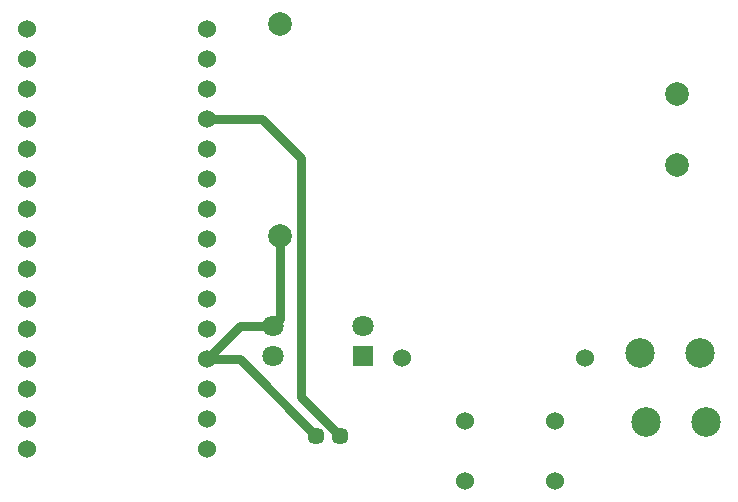
<source format=gbl>
G04 Layer: BottomLayer*
G04 EasyEDA v6.4.25, 2022-04-24T12:17:40--3:00*
G04 602a4f6619a94e3489c8bc082f1fd867,10*
G04 Gerber Generator version 0.2*
G04 Scale: 100 percent, Rotated: No, Reflected: No *
G04 Dimensions in millimeters *
G04 leading zeros omitted , absolute positions ,4 integer and 5 decimal *
%FSLAX45Y45*%
%MOMM*%

%ADD11C,0.8000*%
%ADD13C,1.4478*%
%ADD14C,2.5000*%
%ADD15C,1.5240*%
%ADD16C,2.0000*%
%ADD17R,1.8000X1.8000*%
%ADD18C,1.8000*%

%LPD*%
D11*
X2374900Y3492500D02*
G01*
X2844800Y3492500D01*
X3175000Y3162300D01*
X3175000Y1140457D01*
X3502657Y812800D01*
X2993616Y2503599D02*
G01*
X2993616Y1799816D01*
X2933700Y1739900D01*
X3304542Y812800D02*
G01*
X2656842Y1460500D01*
X2374900Y1460500D01*
X2933700Y1739900D02*
G01*
X2654300Y1739900D01*
X2374900Y1460500D01*
D13*
G01*
X3502659Y812800D03*
G01*
X3304540Y812800D03*
D14*
G01*
X6096000Y927100D03*
G01*
X6603994Y927100D03*
G01*
X6045200Y1511300D03*
G01*
X6553194Y1511300D03*
D15*
G01*
X4025610Y1473200D03*
G01*
X5575589Y1473200D03*
G01*
X4559300Y430809D03*
G01*
X4559300Y940790D03*
G01*
X5321300Y430809D03*
G01*
X5321300Y940790D03*
D16*
G01*
X2993605Y4303598D03*
G01*
X2993605Y2503601D03*
G01*
X6353594Y3703599D03*
G01*
X6353594Y3103600D03*
D17*
G01*
X3695700Y1485900D03*
D18*
G01*
X3695700Y1739900D03*
G01*
X2933700Y1739900D03*
G01*
X2933700Y1485900D03*
D15*
G01*
X2374900Y698500D03*
G01*
X2374900Y952500D03*
G01*
X2374900Y1206500D03*
G01*
X2374900Y1460500D03*
G01*
X2374900Y1714500D03*
G01*
X2374900Y1968500D03*
G01*
X2374900Y2222500D03*
G01*
X2374900Y2476500D03*
G01*
X2374900Y2730500D03*
G01*
X2374900Y2984500D03*
G01*
X2374900Y3238500D03*
G01*
X2374900Y3492500D03*
G01*
X2374900Y3746500D03*
G01*
X2374900Y4000500D03*
G01*
X2374900Y4254500D03*
G01*
X850900Y4254500D03*
G01*
X850900Y4000500D03*
G01*
X850900Y3746500D03*
G01*
X850900Y3492500D03*
G01*
X850900Y3238500D03*
G01*
X850900Y2984500D03*
G01*
X850900Y2730500D03*
G01*
X850900Y2476500D03*
G01*
X850900Y2222500D03*
G01*
X850900Y1968500D03*
G01*
X850900Y1714500D03*
G01*
X850900Y1460500D03*
G01*
X850900Y1206500D03*
G01*
X850900Y952500D03*
G01*
X850900Y698500D03*
M02*

</source>
